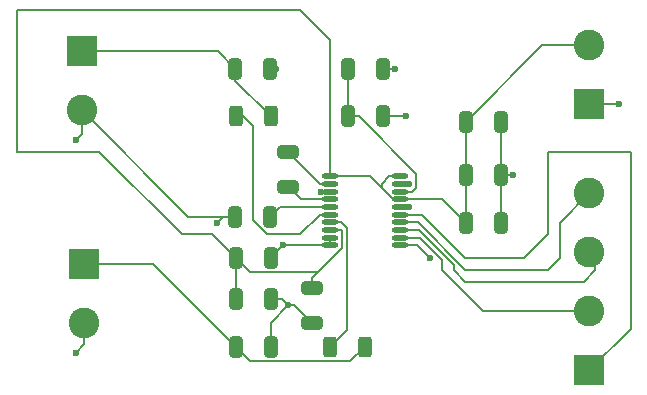
<source format=gbr>
%TF.GenerationSoftware,KiCad,Pcbnew,8.0.6*%
%TF.CreationDate,2025-11-11T21:27:36-08:00*%
%TF.ProjectId,I2S_Dac,4932535f-4461-4632-9e6b-696361645f70,rev?*%
%TF.SameCoordinates,Original*%
%TF.FileFunction,Copper,L1,Top*%
%TF.FilePolarity,Positive*%
%FSLAX46Y46*%
G04 Gerber Fmt 4.6, Leading zero omitted, Abs format (unit mm)*
G04 Created by KiCad (PCBNEW 8.0.6) date 2025-11-11 21:27:36*
%MOMM*%
%LPD*%
G01*
G04 APERTURE LIST*
G04 Aperture macros list*
%AMRoundRect*
0 Rectangle with rounded corners*
0 $1 Rounding radius*
0 $2 $3 $4 $5 $6 $7 $8 $9 X,Y pos of 4 corners*
0 Add a 4 corners polygon primitive as box body*
4,1,4,$2,$3,$4,$5,$6,$7,$8,$9,$2,$3,0*
0 Add four circle primitives for the rounded corners*
1,1,$1+$1,$2,$3*
1,1,$1+$1,$4,$5*
1,1,$1+$1,$6,$7*
1,1,$1+$1,$8,$9*
0 Add four rect primitives between the rounded corners*
20,1,$1+$1,$2,$3,$4,$5,0*
20,1,$1+$1,$4,$5,$6,$7,0*
20,1,$1+$1,$6,$7,$8,$9,0*
20,1,$1+$1,$8,$9,$2,$3,0*%
G04 Aperture macros list end*
%TA.AperFunction,SMDPad,CuDef*%
%ADD10O,1.400000X0.449999*%
%TD*%
%TA.AperFunction,ComponentPad*%
%ADD11R,2.600000X2.600000*%
%TD*%
%TA.AperFunction,ComponentPad*%
%ADD12C,2.600000*%
%TD*%
%TA.AperFunction,SMDPad,CuDef*%
%ADD13RoundRect,0.250000X-0.312500X-0.625000X0.312500X-0.625000X0.312500X0.625000X-0.312500X0.625000X0*%
%TD*%
%TA.AperFunction,SMDPad,CuDef*%
%ADD14RoundRect,0.250000X-0.650000X0.325000X-0.650000X-0.325000X0.650000X-0.325000X0.650000X0.325000X0*%
%TD*%
%TA.AperFunction,SMDPad,CuDef*%
%ADD15RoundRect,0.250000X-0.325000X-0.650000X0.325000X-0.650000X0.325000X0.650000X-0.325000X0.650000X0*%
%TD*%
%TA.AperFunction,SMDPad,CuDef*%
%ADD16RoundRect,0.250000X0.325000X0.650000X-0.325000X0.650000X-0.325000X-0.650000X0.325000X-0.650000X0*%
%TD*%
%TA.AperFunction,ViaPad*%
%ADD17C,0.600000*%
%TD*%
%TA.AperFunction,Conductor*%
%ADD18C,0.200000*%
%TD*%
G04 APERTURE END LIST*
D10*
%TO.P,U1,1,CPVDD*%
%TO.N,/CPVDD*%
X125550001Y-74075002D03*
%TO.P,U1,2,CAPP*%
%TO.N,Net-(U1-CAPP)*%
X125550001Y-74725003D03*
%TO.P,U1,3,CPGND*%
%TO.N,GND*%
X125550001Y-75375002D03*
%TO.P,U1,4,CAPM*%
%TO.N,Net-(U1-CAPM)*%
X125550001Y-76025003D03*
%TO.P,U1,5,VNEG*%
%TO.N,Net-(U1-VNEG)*%
X125550001Y-76675002D03*
%TO.P,U1,6,OUTL*%
%TO.N,Net-(U1-OUTL)*%
X125550001Y-77325003D03*
%TO.P,U1,7,OUTR*%
%TO.N,Net-(U1-OUTR)*%
X125550001Y-77975002D03*
%TO.P,U1,8,AVDD*%
%TO.N,/CPVDD*%
X125550001Y-78625003D03*
%TO.P,U1,9,AGND*%
%TO.N,GND*%
X125550001Y-79275002D03*
%TO.P,U1,10,DEMP*%
X125550001Y-79925003D03*
%TO.P,U1,11,FLT*%
X131450002Y-79925003D03*
%TO.P,U1,12,SCK*%
%TO.N,/I2SSerialClock*%
X131450002Y-79275002D03*
%TO.P,U1,13,BCK*%
%TO.N,/I2SBitClock*%
X131450002Y-78625003D03*
%TO.P,U1,14,DIN*%
%TO.N,/I2SDataOut*%
X131450002Y-77975002D03*
%TO.P,U1,15,LRCK*%
%TO.N,/I2SWordClock*%
X131450002Y-77325003D03*
%TO.P,U1,16,FMT*%
%TO.N,GND*%
X131450002Y-76675002D03*
%TO.P,U1,17,XSMT*%
%TO.N,/CPVDD*%
X131450002Y-76025003D03*
%TO.P,U1,18,LDOO*%
%TO.N,Net-(U1-LDOO)*%
X131450002Y-75375002D03*
%TO.P,U1,19,DGND*%
%TO.N,GND*%
X131450002Y-74725003D03*
%TO.P,U1,20,DVDD*%
%TO.N,/CPVDD*%
X131450002Y-74075002D03*
%TD*%
D11*
%TO.P,J1,1,Pin_1*%
%TO.N,/I2SWordClock*%
X147500000Y-90500000D03*
D12*
%TO.P,J1,2,Pin_2*%
%TO.N,/I2SSerialClock*%
X147500000Y-85500000D03*
%TO.P,J1,3,Pin_3*%
%TO.N,/I2SBitClock*%
X147500000Y-80500000D03*
%TO.P,J1,4,Pin_4*%
%TO.N,/I2SDataOut*%
X147500000Y-75500000D03*
%TD*%
D13*
%TO.P,R2,1*%
%TO.N,Net-(U1-OUTL)*%
X117575000Y-69000000D03*
%TO.P,R2,2*%
%TO.N,/LeftLineOutput*%
X120500000Y-69000000D03*
%TD*%
%TO.P,R1,1*%
%TO.N,Net-(U1-OUTR)*%
X125537500Y-88500000D03*
%TO.P,R1,2*%
%TO.N,/RightLineOutput*%
X128462500Y-88500000D03*
%TD*%
D11*
%TO.P,J3,1,Pin_1*%
%TO.N,/RightLineOutput*%
X104695000Y-81500000D03*
D12*
%TO.P,J3,2,Pin_2*%
%TO.N,GND*%
X104695000Y-86500000D03*
%TD*%
D11*
%TO.P,J2,1,Pin_1*%
%TO.N,/LeftLineOutput*%
X104500000Y-63500000D03*
D12*
%TO.P,J2,2,Pin_2*%
%TO.N,GND*%
X104500000Y-68500000D03*
%TD*%
D14*
%TO.P,C12,2*%
%TO.N,GND*%
X124000000Y-86475000D03*
%TO.P,C12,1*%
%TO.N,/CPVDD*%
X124000000Y-83525000D03*
%TD*%
D15*
%TO.P,C11,1*%
%TO.N,/CPVDD*%
X137025000Y-74000000D03*
%TO.P,C11,2*%
%TO.N,GND*%
X139975000Y-74000000D03*
%TD*%
%TO.P,C10,1*%
%TO.N,/CPVDD*%
X137025000Y-78000000D03*
%TO.P,C10,2*%
%TO.N,GND*%
X139975000Y-78000000D03*
%TD*%
%TO.P,C9,1*%
%TO.N,/CPVDD*%
X137025000Y-69500000D03*
%TO.P,C9,2*%
%TO.N,GND*%
X139975000Y-69500000D03*
%TD*%
%TO.P,C8,1*%
%TO.N,GND*%
X117525000Y-77500000D03*
%TO.P,C8,2*%
%TO.N,Net-(U1-VNEG)*%
X120475000Y-77500000D03*
%TD*%
D14*
%TO.P,C7,1*%
%TO.N,Net-(U1-CAPP)*%
X122000000Y-72025000D03*
%TO.P,C7,2*%
%TO.N,Net-(U1-CAPM)*%
X122000000Y-74975000D03*
%TD*%
D15*
%TO.P,C6,1*%
%TO.N,Net-(U1-LDOO)*%
X127050000Y-69000000D03*
%TO.P,C6,2*%
%TO.N,GND*%
X130000000Y-69000000D03*
%TD*%
D16*
%TO.P,C5,1*%
%TO.N,GND*%
X130000000Y-65000000D03*
%TO.P,C5,2*%
%TO.N,Net-(U1-LDOO)*%
X127050000Y-65000000D03*
%TD*%
D15*
%TO.P,C4,1*%
%TO.N,/LeftLineOutput*%
X117525000Y-65000000D03*
%TO.P,C4,2*%
%TO.N,GND*%
X120475000Y-65000000D03*
%TD*%
%TO.P,C3,1*%
%TO.N,/RightLineOutput*%
X117550000Y-88500000D03*
%TO.P,C3,2*%
%TO.N,GND*%
X120500000Y-88500000D03*
%TD*%
%TO.P,C2,2*%
%TO.N,GND*%
X120500000Y-84500000D03*
%TO.P,C2,1*%
%TO.N,/CPVDD*%
X117550000Y-84500000D03*
%TD*%
D16*
%TO.P,C1,1*%
%TO.N,GND*%
X120500000Y-81000000D03*
%TO.P,C1,2*%
%TO.N,/CPVDD*%
X117550000Y-81000000D03*
%TD*%
D11*
%TO.P,J4,1,Pin_1*%
%TO.N,GND*%
X147500000Y-68000000D03*
D12*
%TO.P,J4,2,Pin_2*%
%TO.N,/CPVDD*%
X147500000Y-63000000D03*
%TD*%
D17*
%TO.N,GND*%
X141000000Y-74000000D03*
X132000000Y-69000000D03*
X150000000Y-68000000D03*
X116000000Y-78000000D03*
X132246133Y-74725003D03*
X132246133Y-76675002D03*
X124753870Y-75375002D03*
X121574997Y-79925003D03*
X122000000Y-85000000D03*
X121000000Y-65000000D03*
X131000000Y-65000000D03*
X104000000Y-89000000D03*
X104000000Y-71000000D03*
X134000000Y-81000000D03*
%TD*%
D18*
%TO.N,/CPVDD*%
X147500000Y-63000000D02*
X143525000Y-63000000D01*
X143525000Y-63000000D02*
X137025000Y-69500000D01*
X99000000Y-60000000D02*
X123000000Y-60000000D01*
X117550000Y-81000000D02*
X115550000Y-79000000D01*
X106000000Y-72000000D02*
X99000000Y-72000000D01*
X115550000Y-79000000D02*
X113000000Y-79000000D01*
X113000000Y-79000000D02*
X106000000Y-72000000D01*
X99000000Y-72000000D02*
X99000000Y-60000000D01*
X125550001Y-62550001D02*
X125550001Y-74075002D01*
X123000000Y-60000000D02*
X125550001Y-62550001D01*
%TO.N,GND*%
X139975000Y-78000000D02*
X139975000Y-74000000D01*
X139975000Y-69500000D02*
X139975000Y-74000000D01*
X139975000Y-74000000D02*
X141000000Y-74000000D01*
X130000000Y-69000000D02*
X132000000Y-69000000D01*
X147500000Y-68000000D02*
X150000000Y-68000000D01*
%TO.N,/CPVDD*%
X125550001Y-74075002D02*
X128932540Y-74075002D01*
X128932540Y-74075002D02*
X129928769Y-75071231D01*
%TO.N,GND*%
X104500000Y-68500000D02*
X113500000Y-77500000D01*
X113500000Y-77500000D02*
X117525000Y-77500000D01*
%TO.N,/LeftLineOutput*%
X104500000Y-63500000D02*
X116025000Y-63500000D01*
X116025000Y-63500000D02*
X117525000Y-65000000D01*
%TO.N,/RightLineOutput*%
X104695000Y-81500000D02*
X110550000Y-81500000D01*
X110550000Y-81500000D02*
X117550000Y-88500000D01*
%TO.N,/I2SWordClock*%
X147500000Y-90500000D02*
X151000000Y-87000000D01*
X151000000Y-72000000D02*
X144000000Y-72000000D01*
X142000000Y-81000000D02*
X137000000Y-81000000D01*
X151000000Y-87000000D02*
X151000000Y-72000000D01*
X144000000Y-79000000D02*
X142000000Y-81000000D01*
X144000000Y-72000000D02*
X144000000Y-79000000D01*
X137000000Y-81000000D02*
X133325003Y-77325003D01*
X133325003Y-77325003D02*
X131450002Y-77325003D01*
%TO.N,/I2SDataOut*%
X137000000Y-82000000D02*
X144000000Y-82000000D01*
X145000000Y-81000000D02*
X145000000Y-78000000D01*
X145000000Y-78000000D02*
X147500000Y-75500000D01*
X131450002Y-77975002D02*
X132975002Y-77975002D01*
X132975002Y-77975002D02*
X137000000Y-82000000D01*
X144000000Y-82000000D02*
X145000000Y-81000000D01*
%TO.N,/I2SBitClock*%
X131450002Y-78625003D02*
X133039217Y-78625003D01*
X136000000Y-82000000D02*
X137000000Y-83000000D01*
X133039217Y-78625003D02*
X136000000Y-81585786D01*
X136000000Y-81585786D02*
X136000000Y-82000000D01*
X148000000Y-82000000D02*
X148000000Y-81000000D01*
X137000000Y-83000000D02*
X147000000Y-83000000D01*
X147000000Y-83000000D02*
X148000000Y-82000000D01*
X148000000Y-81000000D02*
X147500000Y-80500000D01*
%TO.N,/I2SSerialClock*%
X135000000Y-81151471D02*
X135000000Y-82000000D01*
X135000000Y-82000000D02*
X138500000Y-85500000D01*
X133123531Y-79275002D02*
X135000000Y-81151471D01*
X131450002Y-79275002D02*
X133123531Y-79275002D01*
X138500000Y-85500000D02*
X147500000Y-85500000D01*
%TO.N,GND*%
X124000000Y-86475000D02*
X122525000Y-85000000D01*
X122525000Y-85000000D02*
X122000000Y-85000000D01*
%TO.N,/CPVDD*%
X124000000Y-83525000D02*
X124000000Y-82692466D01*
X124000000Y-82692466D02*
X124492466Y-82200000D01*
%TO.N,Net-(U1-OUTR)*%
X125537500Y-88500000D02*
X126950001Y-87087499D01*
X126950001Y-87087499D02*
X126950001Y-78475002D01*
X126950001Y-78475002D02*
X126450001Y-77975002D01*
X126450001Y-77975002D02*
X125550001Y-77975002D01*
%TO.N,/RightLineOutput*%
X117550000Y-88500000D02*
X118750000Y-89700000D01*
X118750000Y-89700000D02*
X127262500Y-89700000D01*
X127262500Y-89700000D02*
X128462500Y-88500000D01*
%TO.N,/CPVDD*%
X117550000Y-84500000D02*
X117550000Y-81000000D01*
X117550000Y-81000000D02*
X118750000Y-82200000D01*
X118750000Y-82200000D02*
X124492466Y-82200000D01*
X124492466Y-82200000D02*
X126550001Y-80142465D01*
X126550001Y-80142465D02*
X126550001Y-78725003D01*
X126550001Y-78725003D02*
X126450001Y-78625003D01*
X126450001Y-78625003D02*
X125550001Y-78625003D01*
%TO.N,Net-(U1-CAPM)*%
X122000000Y-74975000D02*
X123050003Y-76025003D01*
X123050003Y-76025003D02*
X125550001Y-76025003D01*
%TO.N,Net-(U1-CAPP)*%
X122000000Y-72025000D02*
X124700003Y-74725003D01*
X124700003Y-74725003D02*
X125550001Y-74725003D01*
%TO.N,Net-(U1-OUTL)*%
X117575000Y-69000000D02*
X118137500Y-69000000D01*
X118137500Y-69000000D02*
X119000000Y-69862500D01*
X119000000Y-69862500D02*
X119000000Y-77784744D01*
X119000000Y-77784744D02*
X120215256Y-79000000D01*
X120215256Y-79000000D02*
X122975004Y-79000000D01*
X124650001Y-77325003D02*
X125550001Y-77325003D01*
X122975004Y-79000000D02*
X124650001Y-77325003D01*
%TO.N,Net-(U1-VNEG)*%
X120475000Y-77500000D02*
X121299998Y-76675002D01*
X121299998Y-76675002D02*
X125550001Y-76675002D01*
%TO.N,/LeftLineOutput*%
X117525000Y-65000000D02*
X117525000Y-66025000D01*
X117525000Y-66025000D02*
X120500000Y-69000000D01*
%TO.N,Net-(U1-LDOO)*%
X127050000Y-69000000D02*
X127050000Y-65000000D01*
X131450002Y-75375002D02*
X132517465Y-75375002D01*
X132846133Y-75046334D02*
X132846133Y-73846133D01*
X132517465Y-75375002D02*
X132846133Y-75046334D01*
X132846133Y-73846133D02*
X128000000Y-69000000D01*
X128000000Y-69000000D02*
X127050000Y-69000000D01*
%TO.N,/CPVDD*%
X129928769Y-75071231D02*
X130882541Y-76025003D01*
X130550002Y-74075002D02*
X129928769Y-74696235D01*
X129928769Y-74696235D02*
X129928769Y-75071231D01*
X131450002Y-74075002D02*
X130550002Y-74075002D01*
X137025000Y-74000000D02*
X137025000Y-78000000D01*
X137025000Y-69500000D02*
X137025000Y-74000000D01*
X131450002Y-76025003D02*
X135050003Y-76025003D01*
X135050003Y-76025003D02*
X137025000Y-78000000D01*
X130882541Y-76025003D02*
X131450002Y-76025003D01*
%TO.N,GND*%
X116500000Y-77500000D02*
X116000000Y-78000000D01*
X117525000Y-77500000D02*
X116500000Y-77500000D01*
X131450002Y-74725003D02*
X132246133Y-74725003D01*
X131450002Y-76675002D02*
X132246133Y-76675002D01*
X125550001Y-75375002D02*
X124753870Y-75375002D01*
X125550001Y-79925003D02*
X121574997Y-79925003D01*
X121574997Y-79925003D02*
X120500000Y-81000000D01*
X125550001Y-79275002D02*
X125550001Y-79925003D01*
X120500000Y-88500000D02*
X120500000Y-86500000D01*
X120500000Y-86500000D02*
X122000000Y-85000000D01*
X121500000Y-84500000D02*
X122000000Y-85000000D01*
X120500000Y-84500000D02*
X121500000Y-84500000D01*
X120475000Y-65000000D02*
X121000000Y-65000000D01*
X130000000Y-65000000D02*
X131000000Y-65000000D01*
X104695000Y-88305000D02*
X104000000Y-89000000D01*
X104695000Y-86500000D02*
X104695000Y-88305000D01*
X104500000Y-70500000D02*
X104000000Y-71000000D01*
X104500000Y-68500000D02*
X104500000Y-70500000D01*
X132925003Y-79925003D02*
X134000000Y-81000000D01*
X131450002Y-79925003D02*
X132925003Y-79925003D01*
%TD*%
M02*

</source>
